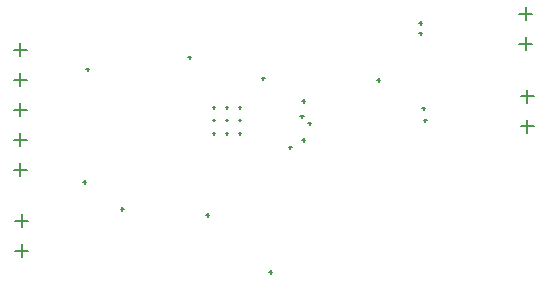
<source format=gbr>
%FSTAX23Y23*%
%MOIN*%
%SFA1B1*%

%IPPOS*%
%ADD13C,0.005000*%
%LNmtr_dvr_pcb_drillmap_1-1*%
%LPD*%
G54D13*
X03593Y0252D02*
X03636D01*
X03615Y02498D02*
Y02541D01*
X03593Y0262D02*
X03636D01*
X03615Y02598D02*
Y02641D01*
X05273Y0321D02*
X05316D01*
X05295Y03188D02*
Y03231D01*
X05273Y0331D02*
X05316D01*
X05295Y03288D02*
Y03331D01*
X03588Y0319D02*
X03631D01*
X0361Y03168D02*
Y03211D01*
X03588Y0309D02*
X03631D01*
X0361Y03068D02*
Y03111D01*
X03588Y0289D02*
X03631D01*
X0361Y02868D02*
Y02911D01*
X03588Y0279D02*
X03631D01*
X0361Y02768D02*
Y02811D01*
X03588Y0299D02*
X03631D01*
X0361Y02968D02*
Y03011D01*
X05278Y02935D02*
X05321D01*
X053Y02913D02*
Y02956D01*
X05278Y03035D02*
X05321D01*
X053Y03013D02*
Y03056D01*
X04439Y0245D02*
X0445D01*
X04445Y02444D02*
Y02455D01*
X03829Y03125D02*
X0384D01*
X03835Y03119D02*
Y0313D01*
X03819Y0275D02*
X0383D01*
X03825Y02744D02*
Y02755D01*
X04504Y02865D02*
X04515D01*
X0451Y02859D02*
Y0287D01*
X04542Y02968D02*
X04554D01*
X04548Y02962D02*
Y02974D01*
X04549Y0289D02*
X0456D01*
X04555Y02884D02*
Y02895D01*
X04569Y02945D02*
X0458D01*
X04575Y02939D02*
Y0295D01*
X04414Y03095D02*
X04425D01*
X0442Y03089D02*
Y031D01*
X04229Y0264D02*
X0424D01*
X04235Y02634D02*
Y02645D01*
X04169Y03165D02*
X0418D01*
X04175Y03159D02*
Y0317D01*
X04799Y0309D02*
X0481D01*
X04805Y03084D02*
Y03095D01*
X03944Y0266D02*
X03955D01*
X0395Y02654D02*
Y02665D01*
X04949Y02995D02*
X0496D01*
X04955Y02989D02*
Y03D01*
X04954Y02955D02*
X04965D01*
X0496Y02949D02*
Y0296D01*
X04939Y03245D02*
X0495D01*
X04945Y03239D02*
Y0325D01*
X04939Y0328D02*
X0495D01*
X04945Y03274D02*
Y03285D01*
X04549Y0302D02*
X0456D01*
X04555Y03014D02*
Y03025D01*
X04252Y02998D02*
X0426D01*
X04256Y02994D02*
Y03002D01*
X04296Y02998D02*
X04303D01*
X043Y02994D02*
Y03002D01*
X04339Y02998D02*
X04347D01*
X04343Y02994D02*
Y03002D01*
X04252Y02955D02*
X0426D01*
X04256Y02951D02*
Y02958D01*
X04296Y02955D02*
X04303D01*
X043Y02951D02*
Y02958D01*
X04339Y02955D02*
X04347D01*
X04343Y02951D02*
Y02958D01*
X04252Y02911D02*
X0426D01*
X04256Y02907D02*
Y02915D01*
X04296Y02911D02*
X04303D01*
X043Y02907D02*
Y02915D01*
X04339Y02911D02*
X04347D01*
X04343Y02907D02*
Y02915D01*
M02*
</source>
